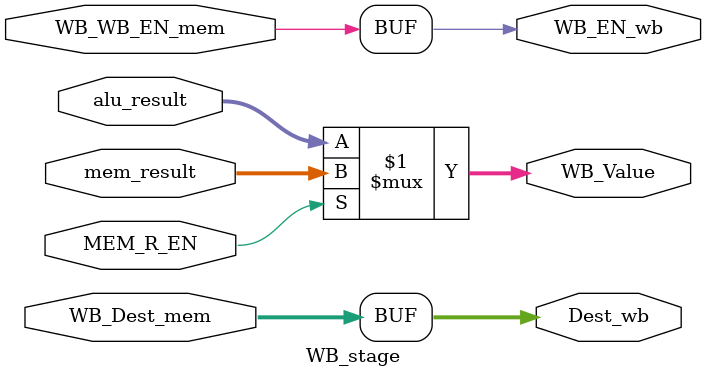
<source format=v>
module WB_stage(alu_result, mem_result, MEM_R_EN, WB_WB_EN_mem, WB_Dest_mem, WB_EN_wb, Dest_wb,
		WB_Value);

  input [31:0] alu_result, mem_result;
  input MEM_R_EN, WB_WB_EN_mem;
  input [3:0] WB_Dest_mem;

  output WB_EN_wb;
  output [3:0] Dest_wb;
  output [31:0] WB_Value;

  assign WB_EN_wb = WB_WB_EN_mem;
  assign Dest_wb = WB_Dest_mem;
  assign WB_Value = (MEM_R_EN) ? mem_result : alu_result;

endmodule
</source>
